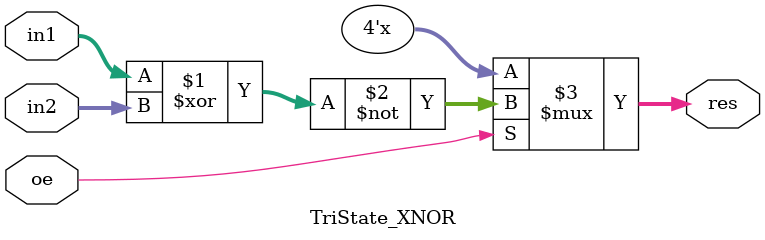
<source format=sv>
module TriState_XNOR(
    input oe,
    input [3:0] in1, in2,
    output [3:0] res
);
    assign res = oe ? ~(in1 ^ in2) : 4'bzzzz;
endmodule

</source>
